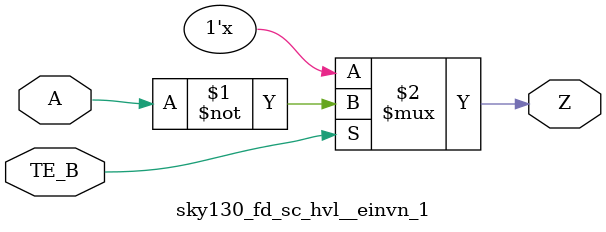
<source format=v>
/*
 * Copyright 2020 The SkyWater PDK Authors
 *
 * Licensed under the Apache License, Version 2.0 (the "License");
 * you may not use this file except in compliance with the License.
 * You may obtain a copy of the License at
 *
 *     https://www.apache.org/licenses/LICENSE-2.0
 *
 * Unless required by applicable law or agreed to in writing, software
 * distributed under the License is distributed on an "AS IS" BASIS,
 * WITHOUT WARRANTIES OR CONDITIONS OF ANY KIND, either express or implied.
 * See the License for the specific language governing permissions and
 * limitations under the License.
 *
 * SPDX-License-Identifier: Apache-2.0
*/


`ifndef SKY130_FD_SC_HVL__EINVN_1_FUNCTIONAL_V
`define SKY130_FD_SC_HVL__EINVN_1_FUNCTIONAL_V

/**
 * einvn: Tri-state inverter, negative enable.
 *
 * Verilog simulation functional model.
 */

`timescale 1ns / 1ps
`default_nettype none

`celldefine
module sky130_fd_sc_hvl__einvn_1 (
    Z   ,
    A   ,
    TE_B
);

    // Module ports
    output Z   ;
    input  A   ;
    input  TE_B;

    //     Name     Output  Other arguments
    notif0 notif00 (Z     , A, TE_B        );

endmodule
`endcelldefine

`default_nettype wire
`endif  // SKY130_FD_SC_HVL__EINVN_1_FUNCTIONAL_V

</source>
